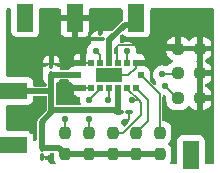
<source format=gbr>
%TF.GenerationSoftware,KiCad,Pcbnew,8.0.8-8.0.8-0~ubuntu24.04.1*%
%TF.CreationDate,2025-02-14T12:49:08-06:00*%
%TF.ProjectId,tof_module,746f665f-6d6f-4647-956c-652e6b696361,rev?*%
%TF.SameCoordinates,Original*%
%TF.FileFunction,Copper,L1,Top*%
%TF.FilePolarity,Positive*%
%FSLAX46Y46*%
G04 Gerber Fmt 4.6, Leading zero omitted, Abs format (unit mm)*
G04 Created by KiCad (PCBNEW 8.0.8-8.0.8-0~ubuntu24.04.1) date 2025-02-14 12:49:08*
%MOMM*%
%LPD*%
G01*
G04 APERTURE LIST*
G04 Aperture macros list*
%AMRoundRect*
0 Rectangle with rounded corners*
0 $1 Rounding radius*
0 $2 $3 $4 $5 $6 $7 $8 $9 X,Y pos of 4 corners*
0 Add a 4 corners polygon primitive as box body*
4,1,4,$2,$3,$4,$5,$6,$7,$8,$9,$2,$3,0*
0 Add four circle primitives for the rounded corners*
1,1,$1+$1,$2,$3*
1,1,$1+$1,$4,$5*
1,1,$1+$1,$6,$7*
1,1,$1+$1,$8,$9*
0 Add four rect primitives between the rounded corners*
20,1,$1+$1,$2,$3,$4,$5,0*
20,1,$1+$1,$4,$5,$6,$7,0*
20,1,$1+$1,$6,$7,$8,$9,0*
20,1,$1+$1,$8,$9,$2,$3,0*%
%AMFreePoly0*
4,1,5,0.675000,-1.175000,-0.675000,-1.175000,-0.675000,1.175000,0.675000,1.175000,0.675000,-1.175000,0.675000,-1.175000,$1*%
G04 Aperture macros list end*
%TA.AperFunction,SMDPad,CuDef*%
%ADD10RoundRect,0.237500X0.237500X-0.250000X0.237500X0.250000X-0.237500X0.250000X-0.237500X-0.250000X0*%
%TD*%
%TA.AperFunction,SMDPad,CuDef*%
%ADD11RoundRect,0.237500X-0.250000X-0.237500X0.250000X-0.237500X0.250000X0.237500X-0.250000X0.237500X0*%
%TD*%
%TA.AperFunction,ComponentPad*%
%ADD12FreePoly0,0.000000*%
%TD*%
%TA.AperFunction,SMDPad,CuDef*%
%ADD13RoundRect,0.237500X0.250000X0.237500X-0.250000X0.237500X-0.250000X-0.237500X0.250000X-0.237500X0*%
%TD*%
%TA.AperFunction,ComponentPad*%
%ADD14FreePoly0,270.000000*%
%TD*%
%TA.AperFunction,SMDPad,CuDef*%
%ADD15R,0.100000X0.200000*%
%TD*%
%TA.AperFunction,SMDPad,CuDef*%
%ADD16R,0.500000X0.515000*%
%TD*%
%TA.AperFunction,SMDPad,CuDef*%
%ADD17R,0.535000X0.500000*%
%TD*%
%TA.AperFunction,SMDPad,CuDef*%
%ADD18R,2.316000X1.200000*%
%TD*%
%TA.AperFunction,ComponentPad*%
%ADD19FreePoly0,180.000000*%
%TD*%
%TA.AperFunction,SMDPad,CuDef*%
%ADD20RoundRect,0.100000X0.217500X0.100000X-0.217500X0.100000X-0.217500X-0.100000X0.217500X-0.100000X0*%
%TD*%
%TA.AperFunction,SMDPad,CuDef*%
%ADD21RoundRect,0.100000X0.100000X-0.217500X0.100000X0.217500X-0.100000X0.217500X-0.100000X-0.217500X0*%
%TD*%
%TA.AperFunction,SMDPad,CuDef*%
%ADD22RoundRect,0.100000X-0.100000X0.217500X-0.100000X-0.217500X0.100000X-0.217500X0.100000X0.217500X0*%
%TD*%
%TA.AperFunction,ViaPad*%
%ADD23C,0.533400*%
%TD*%
%TA.AperFunction,Conductor*%
%ADD24C,0.152400*%
%TD*%
%TA.AperFunction,Conductor*%
%ADD25C,0.508000*%
%TD*%
G04 APERTURE END LIST*
D10*
%TO.P,R3,1*%
%TO.N,/tof_circuit/CORE_1V8*%
X117000000Y-89162500D03*
%TO.P,R3,2*%
%TO.N,/tof_circuit/LPn*%
X117000000Y-87337500D03*
%TD*%
D11*
%TO.P,R7,1*%
%TO.N,Net-(U1-NCS)*%
X122537500Y-82300000D03*
%TO.P,R7,2*%
%TO.N,GND*%
X124362500Y-82300000D03*
%TD*%
D12*
%TO.P,J3,1,Pin_1*%
%TO.N,/tof_circuit/SDA*%
X123618143Y-89215410D03*
%TD*%
D10*
%TO.P,R5,1*%
%TO.N,/tof_circuit/CORE_1V8*%
X121000000Y-89162500D03*
%TO.P,R5,2*%
%TO.N,Net-(U1-SYNC)*%
X121000000Y-87337500D03*
%TD*%
D11*
%TO.P,R8,1*%
%TO.N,Net-(U1-MISO)*%
X122537500Y-84400000D03*
%TO.P,R8,2*%
%TO.N,GND*%
X124362500Y-84400000D03*
%TD*%
D13*
%TO.P,R6,1*%
%TO.N,GND*%
X124362500Y-80200000D03*
%TO.P,R6,2*%
X122537500Y-80200000D03*
%TD*%
D10*
%TO.P,R4,1*%
%TO.N,/tof_circuit/CORE_1V8*%
X119000000Y-89162500D03*
%TO.P,R4,2*%
%TO.N,Net-(U1-INT_1)*%
X119000000Y-87337500D03*
%TD*%
D14*
%TO.P,J1,1,Pin_1*%
%TO.N,/tof_circuit/CORE_1V8*%
X108589059Y-83792928D03*
%TD*%
D15*
%TO.P,U1,1,INT_1*%
%TO.N,Net-(U1-INT_1)*%
X119250000Y-83358000D03*
D16*
%TO.P,U1,A1,INT_2*%
X118950000Y-83516000D03*
%TO.P,U1,A2,XSHUT*%
%TO.N,/tof_circuit/LPn*%
X118200000Y-83516000D03*
%TO.P,U1,A3,IOVDD*%
%TO.N,/tof_circuit/CORE_1V8*%
X117450000Y-83516000D03*
%TO.P,U1,A4,MOSI*%
%TO.N,/tof_circuit/SDA*%
X116700000Y-83516000D03*
%TO.P,U1,A5,MCLK*%
%TO.N,/tof_circuit/SCL*%
X115950000Y-83516000D03*
%TO.P,U1,A6,SWD_IO*%
%TO.N,GND*%
X115200000Y-83516000D03*
%TO.P,U1,A7,SWD_CLK*%
X114450000Y-83516000D03*
D17*
%TO.P,U1,B1,SYNC*%
%TO.N,Net-(U1-SYNC)*%
X119368000Y-82458000D03*
D18*
%TO.P,U1,B4,GND_1*%
%TO.N,GND*%
X116700000Y-82458000D03*
D17*
%TO.P,U1,B7,CORE_1V8*%
%TO.N,/tof_circuit/CORE_1V8*%
X114032000Y-82458000D03*
D16*
%TO.P,U1,C1,SPI_I2C_N*%
%TO.N,GND*%
X118950000Y-81400000D03*
%TO.P,U1,C2,NCS*%
%TO.N,Net-(U1-NCS)*%
X118200000Y-81400000D03*
%TO.P,U1,C3,GND_2*%
%TO.N,GND*%
X117450000Y-81400000D03*
%TO.P,U1,C4,VDD*%
%TO.N,/tof_circuit/AVDD*%
X116700000Y-81400000D03*
%TO.P,U1,C5,MISO*%
%TO.N,Net-(U1-MISO)*%
X115950000Y-81400000D03*
%TO.P,U1,C6,ATEST1*%
%TO.N,GND*%
X115200000Y-81400000D03*
%TO.P,U1,C7,GND_3*%
X114450000Y-81400000D03*
%TD*%
D14*
%TO.P,J4,1,Pin_1*%
%TO.N,/tof_circuit/SCL*%
X108575621Y-88368187D03*
%TD*%
D19*
%TO.P,J6,1,Pin_1*%
%TO.N,GND*%
X113788438Y-77580000D03*
%TD*%
D20*
%TO.P,C3,1*%
%TO.N,/tof_circuit/AVDD*%
X116807500Y-79400000D03*
%TO.P,C3,2*%
%TO.N,GND*%
X115992500Y-79400000D03*
%TD*%
D19*
%TO.P,J5,1,Pin_1*%
%TO.N,/tof_circuit/LPn*%
X109596320Y-77580000D03*
%TD*%
D21*
%TO.P,C1,1*%
%TO.N,/tof_circuit/CORE_1V8*%
X111800000Y-82407500D03*
%TO.P,C1,2*%
%TO.N,GND*%
X111800000Y-81592500D03*
%TD*%
D20*
%TO.P,C2,1*%
%TO.N,GND*%
X118407500Y-85600000D03*
%TO.P,C2,2*%
%TO.N,/tof_circuit/CORE_1V8*%
X117592500Y-85600000D03*
%TD*%
D19*
%TO.P,J2,1,Pin_1*%
%TO.N,/tof_circuit/AVDD*%
X119009128Y-77580000D03*
%TD*%
D10*
%TO.P,R1,1*%
%TO.N,/tof_circuit/CORE_1V8*%
X113000000Y-89162500D03*
%TO.P,R1,2*%
%TO.N,/tof_circuit/SCL*%
X113000000Y-87337500D03*
%TD*%
%TO.P,R2,1*%
%TO.N,/tof_circuit/CORE_1V8*%
X115000000Y-89162500D03*
%TO.P,R2,2*%
%TO.N,/tof_circuit/SDA*%
X115000000Y-87337500D03*
%TD*%
D22*
%TO.P,C4,1*%
%TO.N,/tof_circuit/CORE_1V8*%
X111000000Y-88612500D03*
%TO.P,C4,2*%
%TO.N,GND*%
X111000000Y-89427500D03*
%TD*%
D23*
%TO.N,GND*%
X111800000Y-89600000D03*
X114200000Y-80400000D03*
X123400000Y-86600000D03*
X120400000Y-81200000D03*
X118000000Y-86400000D03*
X123600000Y-78000000D03*
X110200000Y-87200000D03*
X109400000Y-81000000D03*
X113000000Y-84400000D03*
X109000000Y-85800000D03*
X113000000Y-81400000D03*
X116400000Y-78000000D03*
%TO.N,/tof_circuit/SDA*%
X116600000Y-84600000D03*
X115000000Y-86200000D03*
%TO.N,/tof_circuit/SCL*%
X115000000Y-84600000D03*
X113000000Y-86200000D03*
%TO.N,/tof_circuit/LPn*%
X118600000Y-84600000D03*
%TO.N,Net-(U1-NCS)*%
X118200000Y-80400000D03*
X121200000Y-82400000D03*
%TO.N,Net-(U1-MISO)*%
X115600000Y-80400000D03*
X121400000Y-83400000D03*
%TD*%
D24*
%TO.N,GND*%
X118950000Y-81400000D02*
X120200000Y-81400000D01*
X114450000Y-83516000D02*
X113884000Y-83516000D01*
X118000000Y-86400000D02*
X118200000Y-86400000D01*
X113884000Y-83516000D02*
X113000000Y-84400000D01*
X117400000Y-80000000D02*
X117400000Y-81350000D01*
X118301900Y-82458000D02*
X118950000Y-81809900D01*
X117400000Y-81350000D02*
X117450000Y-81400000D01*
X111627500Y-89427500D02*
X111800000Y-89600000D01*
X115200000Y-83516000D02*
X114450000Y-83516000D01*
X118407500Y-86192500D02*
X118407500Y-85600000D01*
X116700000Y-82458000D02*
X118301900Y-82458000D01*
X115200000Y-81400000D02*
X114450000Y-81400000D01*
X120200000Y-81400000D02*
X120400000Y-81200000D01*
X118200000Y-86400000D02*
X118407500Y-86192500D01*
X122242200Y-79904700D02*
X117495300Y-79904700D01*
X111000000Y-89427500D02*
X111627500Y-89427500D01*
X118950000Y-81809900D02*
X118950000Y-81400000D01*
X117495300Y-79904700D02*
X117400000Y-80000000D01*
X122537500Y-80200000D02*
X122242200Y-79904700D01*
D25*
%TO.N,/tof_circuit/CORE_1V8*%
X113000000Y-89162500D02*
X121000000Y-89162500D01*
X117200000Y-85400000D02*
X117400000Y-85600000D01*
X111800000Y-82407500D02*
X113981500Y-82407500D01*
X117450000Y-85550000D02*
X117400000Y-85600000D01*
X112450000Y-88612500D02*
X113000000Y-89162500D01*
X112000000Y-85400000D02*
X117200000Y-85400000D01*
X111000000Y-86400000D02*
X111000000Y-88612500D01*
X109096131Y-83800000D02*
X111800000Y-83800000D01*
X109089059Y-83792928D02*
X109096131Y-83800000D01*
X111800000Y-85600000D02*
X111000000Y-86400000D01*
X111800000Y-85600000D02*
X112000000Y-85400000D01*
X117400000Y-85600000D02*
X117592500Y-85600000D01*
X111800000Y-83800000D02*
X111800000Y-85600000D01*
X111000000Y-88612500D02*
X112450000Y-88612500D01*
X111800000Y-83800000D02*
X111800000Y-82407500D01*
X117450000Y-83516000D02*
X117450000Y-85550000D01*
X113981500Y-82407500D02*
X114032000Y-82458000D01*
%TO.N,/tof_circuit/AVDD*%
X116700000Y-81400000D02*
X116700000Y-79507500D01*
X118007500Y-78200000D02*
X116807500Y-79400000D01*
X116700000Y-79507500D02*
X116807500Y-79400000D01*
X119009128Y-78200000D02*
X118007500Y-78200000D01*
D24*
%TO.N,/tof_circuit/SDA*%
X115000000Y-86200000D02*
X115000000Y-87337500D01*
X116700000Y-84500000D02*
X116600000Y-84600000D01*
X116700000Y-83516000D02*
X116700000Y-84500000D01*
%TO.N,/tof_circuit/SCL*%
X113000000Y-86200000D02*
X113000000Y-87337500D01*
X115000000Y-84600000D02*
X115950000Y-83650000D01*
X115950000Y-83650000D02*
X115950000Y-83516000D01*
%TO.N,/tof_circuit/LPn*%
X119200000Y-84600000D02*
X119400000Y-84800000D01*
X119200000Y-84600000D02*
X118600000Y-84600000D01*
X117862500Y-87337500D02*
X117000000Y-87337500D01*
X119400000Y-85800000D02*
X117862500Y-87337500D01*
X118200000Y-83600000D02*
X119200000Y-84600000D01*
X118200000Y-83516000D02*
X118200000Y-83600000D01*
X119400000Y-84800000D02*
X119400000Y-85800000D01*
%TO.N,Net-(U1-INT_1)*%
X119000000Y-87337500D02*
X120000000Y-86337500D01*
X120000000Y-86337500D02*
X120000000Y-84566000D01*
X119000000Y-87337500D02*
X119000000Y-87000000D01*
X120000000Y-84566000D02*
X118950000Y-83516000D01*
%TO.N,Net-(U1-SYNC)*%
X119368000Y-82458000D02*
X121000000Y-84090000D01*
X121000000Y-84090000D02*
X121000000Y-86937500D01*
%TO.N,Net-(U1-NCS)*%
X118200000Y-81400000D02*
X118200000Y-80400000D01*
X122437500Y-82400000D02*
X122537500Y-82300000D01*
X121200000Y-82400000D02*
X122437500Y-82400000D01*
%TO.N,Net-(U1-MISO)*%
X115600000Y-80400000D02*
X115950000Y-80750000D01*
X115950000Y-80750000D02*
X115950000Y-81400000D01*
X122400000Y-84400000D02*
X122537500Y-84400000D01*
X121400000Y-83400000D02*
X122400000Y-84400000D01*
%TD*%
%TA.AperFunction,Conductor*%
%TO.N,GND*%
G36*
X111967539Y-89013685D02*
G01*
X112013294Y-89066489D01*
X112024500Y-89118000D01*
X112024500Y-89461669D01*
X112024501Y-89461687D01*
X112034825Y-89562752D01*
X112049040Y-89605648D01*
X112089092Y-89726516D01*
X112141143Y-89810904D01*
X112159583Y-89878295D01*
X112138661Y-89944959D01*
X112085019Y-89989729D01*
X112035604Y-90000000D01*
X111787968Y-90000000D01*
X111720929Y-89980315D01*
X111675174Y-89927511D01*
X111665230Y-89858353D01*
X111673407Y-89828548D01*
X111684554Y-89801634D01*
X111684555Y-89801630D01*
X111699999Y-89684330D01*
X111700000Y-89684316D01*
X111700000Y-89627500D01*
X111367237Y-89627500D01*
X111300198Y-89607815D01*
X111254443Y-89555011D01*
X111244499Y-89485853D01*
X111273524Y-89422297D01*
X111319785Y-89388939D01*
X111355322Y-89374219D01*
X111402841Y-89354536D01*
X111528282Y-89258282D01*
X111528283Y-89258279D01*
X111534729Y-89253334D01*
X111536860Y-89256111D01*
X111584068Y-89230334D01*
X111610426Y-89227500D01*
X111699999Y-89227500D01*
X111699999Y-89170676D01*
X111695195Y-89134184D01*
X111705961Y-89065149D01*
X111752341Y-89012894D01*
X111818134Y-88994000D01*
X111900500Y-88994000D01*
X111967539Y-89013685D01*
G37*
%TD.AperFunction*%
%TA.AperFunction,Conductor*%
G36*
X125543039Y-76819685D02*
G01*
X125588794Y-76872489D01*
X125600000Y-76924000D01*
X125600000Y-89876000D01*
X125580315Y-89943039D01*
X125527511Y-89988794D01*
X125476000Y-90000000D01*
X124922643Y-90000000D01*
X124855604Y-89980315D01*
X124809849Y-89927511D01*
X124798643Y-89876000D01*
X124798643Y-88040410D01*
X124798643Y-88040409D01*
X124793498Y-87968470D01*
X124752962Y-87830418D01*
X124693409Y-87737752D01*
X124675175Y-87709379D01*
X124675171Y-87709375D01*
X124566442Y-87615160D01*
X124566440Y-87615158D01*
X124566437Y-87615156D01*
X124566433Y-87615154D01*
X124435562Y-87555386D01*
X124435557Y-87555385D01*
X124293143Y-87534910D01*
X122943143Y-87534910D01*
X122943140Y-87534910D01*
X122871202Y-87540054D01*
X122733148Y-87580592D01*
X122612112Y-87658377D01*
X122612108Y-87658381D01*
X122517893Y-87767110D01*
X122517887Y-87767119D01*
X122458119Y-87897990D01*
X122458118Y-87897995D01*
X122437643Y-88040409D01*
X122437643Y-89876000D01*
X122417958Y-89943039D01*
X122365154Y-89988794D01*
X122313643Y-90000000D01*
X121964396Y-90000000D01*
X121897357Y-89980315D01*
X121851602Y-89927511D01*
X121841658Y-89858353D01*
X121858856Y-89810905D01*
X121910908Y-89726516D01*
X121965174Y-89562753D01*
X121975500Y-89461677D01*
X121975499Y-88863324D01*
X121965174Y-88762247D01*
X121910908Y-88598484D01*
X121820340Y-88451650D01*
X121706371Y-88337681D01*
X121672886Y-88276358D01*
X121677870Y-88206666D01*
X121706371Y-88162319D01*
X121759394Y-88109296D01*
X121820340Y-88048350D01*
X121910908Y-87901516D01*
X121965174Y-87737753D01*
X121975500Y-87636677D01*
X121975499Y-87038324D01*
X121965174Y-86937247D01*
X121910908Y-86773484D01*
X121820340Y-86626650D01*
X121698350Y-86504660D01*
X121596185Y-86441644D01*
X121551518Y-86414093D01*
X121551513Y-86414091D01*
X121541868Y-86410895D01*
X121387753Y-86359826D01*
X121387750Y-86359825D01*
X121315097Y-86352403D01*
X121250405Y-86326007D01*
X121210254Y-86268826D01*
X121203700Y-86229045D01*
X121203700Y-84288693D01*
X121223385Y-84221654D01*
X121276189Y-84175899D01*
X121341583Y-84165473D01*
X121354154Y-84166889D01*
X121399997Y-84172055D01*
X121399998Y-84172054D01*
X121400000Y-84172055D01*
X121411614Y-84170746D01*
X121480435Y-84182799D01*
X121531816Y-84230147D01*
X121549500Y-84293966D01*
X121549500Y-84686669D01*
X121549501Y-84686687D01*
X121559825Y-84787752D01*
X121580438Y-84849956D01*
X121614092Y-84951516D01*
X121704660Y-85098350D01*
X121826650Y-85220340D01*
X121973484Y-85310908D01*
X122137247Y-85365174D01*
X122238323Y-85375500D01*
X122836676Y-85375499D01*
X122836684Y-85375498D01*
X122836687Y-85375498D01*
X122892030Y-85369844D01*
X122937753Y-85365174D01*
X123101516Y-85310908D01*
X123248350Y-85220340D01*
X123362675Y-85106014D01*
X123423994Y-85072532D01*
X123493686Y-85077516D01*
X123538034Y-85106017D01*
X123651961Y-85219944D01*
X123651965Y-85219947D01*
X123798688Y-85310448D01*
X123798699Y-85310453D01*
X123962347Y-85364680D01*
X124063351Y-85374999D01*
X124612500Y-85374999D01*
X124661640Y-85374999D01*
X124661654Y-85374998D01*
X124762652Y-85364680D01*
X124926300Y-85310453D01*
X124926311Y-85310448D01*
X125073034Y-85219947D01*
X125073038Y-85219944D01*
X125194944Y-85098038D01*
X125194947Y-85098034D01*
X125285448Y-84951311D01*
X125285453Y-84951300D01*
X125339680Y-84787652D01*
X125349999Y-84686654D01*
X125350000Y-84686641D01*
X125350000Y-84650000D01*
X124612500Y-84650000D01*
X124612500Y-85374999D01*
X124063351Y-85374999D01*
X124112499Y-85374998D01*
X124112500Y-85374998D01*
X124112500Y-83414456D01*
X124091696Y-83376357D01*
X124096680Y-83306665D01*
X124110256Y-83285541D01*
X124612500Y-83285541D01*
X124633304Y-83323641D01*
X124628320Y-83393333D01*
X124612500Y-83417949D01*
X124612500Y-84150000D01*
X125349999Y-84150000D01*
X125349999Y-84113360D01*
X125349998Y-84113345D01*
X125339680Y-84012347D01*
X125285453Y-83848699D01*
X125285448Y-83848688D01*
X125194947Y-83701965D01*
X125194944Y-83701961D01*
X125073038Y-83580055D01*
X125073034Y-83580052D01*
X124926311Y-83489551D01*
X124926300Y-83489546D01*
X124860389Y-83467706D01*
X124802944Y-83427934D01*
X124776121Y-83363418D01*
X124788436Y-83294642D01*
X124835979Y-83243442D01*
X124860389Y-83232294D01*
X124926300Y-83210453D01*
X124926311Y-83210448D01*
X125073034Y-83119947D01*
X125073038Y-83119944D01*
X125194944Y-82998038D01*
X125194947Y-82998034D01*
X125285448Y-82851311D01*
X125285453Y-82851300D01*
X125339680Y-82687652D01*
X125349999Y-82586654D01*
X125350000Y-82586641D01*
X125350000Y-82550000D01*
X124612500Y-82550000D01*
X124612500Y-83285541D01*
X124110256Y-83285541D01*
X124112500Y-83282049D01*
X124112500Y-81314456D01*
X124091696Y-81276357D01*
X124096680Y-81206665D01*
X124110256Y-81185541D01*
X124612500Y-81185541D01*
X124633304Y-81223641D01*
X124628320Y-81293333D01*
X124612500Y-81317949D01*
X124612500Y-82050000D01*
X125349999Y-82050000D01*
X125349999Y-82013360D01*
X125349998Y-82013345D01*
X125339680Y-81912347D01*
X125285453Y-81748699D01*
X125285448Y-81748688D01*
X125194947Y-81601965D01*
X125194944Y-81601961D01*
X125073038Y-81480055D01*
X125073034Y-81480052D01*
X124926311Y-81389551D01*
X124926300Y-81389546D01*
X124860389Y-81367706D01*
X124802944Y-81327934D01*
X124776121Y-81263418D01*
X124788436Y-81194642D01*
X124835979Y-81143442D01*
X124860389Y-81132294D01*
X124926300Y-81110453D01*
X124926311Y-81110448D01*
X125073034Y-81019947D01*
X125073038Y-81019944D01*
X125194944Y-80898038D01*
X125194947Y-80898034D01*
X125285448Y-80751311D01*
X125285453Y-80751300D01*
X125339680Y-80587652D01*
X125349999Y-80486654D01*
X125350000Y-80486641D01*
X125350000Y-80450000D01*
X124612500Y-80450000D01*
X124612500Y-81185541D01*
X124110256Y-81185541D01*
X124112500Y-81182049D01*
X124112500Y-80450000D01*
X121550001Y-80450000D01*
X121550001Y-80486654D01*
X121560319Y-80587652D01*
X121614546Y-80751300D01*
X121614551Y-80751311D01*
X121705052Y-80898034D01*
X121705055Y-80898038D01*
X121826961Y-81019944D01*
X121826965Y-81019947D01*
X121973688Y-81110448D01*
X121973701Y-81110454D01*
X122038815Y-81132030D01*
X122096260Y-81171802D01*
X122123084Y-81236317D01*
X122110770Y-81305093D01*
X122063227Y-81356294D01*
X122038818Y-81367441D01*
X121973490Y-81389089D01*
X121973481Y-81389093D01*
X121826648Y-81479661D01*
X121704659Y-81601650D01*
X121674768Y-81650111D01*
X121622819Y-81696835D01*
X121553856Y-81708056D01*
X121528276Y-81702055D01*
X121379826Y-81650111D01*
X121371798Y-81647302D01*
X121371797Y-81647301D01*
X121371795Y-81647301D01*
X121200004Y-81627945D01*
X121199996Y-81627945D01*
X121028204Y-81647301D01*
X120865016Y-81704402D01*
X120718632Y-81796382D01*
X120596382Y-81918632D01*
X120504402Y-82065016D01*
X120447301Y-82228204D01*
X120427945Y-82399996D01*
X120427945Y-82400003D01*
X120447301Y-82571795D01*
X120504402Y-82734983D01*
X120596382Y-82881367D01*
X120668912Y-82953897D01*
X120702397Y-83015220D01*
X120698273Y-83082532D01*
X120655188Y-83205663D01*
X120614466Y-83262439D01*
X120549514Y-83288187D01*
X120480952Y-83274731D01*
X120450465Y-83252390D01*
X120154419Y-82956344D01*
X120120934Y-82895021D01*
X120125917Y-82825331D01*
X120129591Y-82815483D01*
X120136000Y-82755873D01*
X120135999Y-82160128D01*
X120129591Y-82100517D01*
X120110749Y-82050000D01*
X120079297Y-81965671D01*
X120079293Y-81965664D01*
X119993047Y-81850455D01*
X119993044Y-81850452D01*
X119877835Y-81764206D01*
X119877830Y-81764203D01*
X119780666Y-81727963D01*
X119724733Y-81686091D01*
X119717976Y-81667976D01*
X119700000Y-81650000D01*
X119074500Y-81650000D01*
X119007461Y-81630315D01*
X118961706Y-81577511D01*
X118950500Y-81526000D01*
X118950499Y-81274000D01*
X118970183Y-81206961D01*
X119022987Y-81161206D01*
X119074499Y-81150000D01*
X119700000Y-81150000D01*
X119700000Y-81094672D01*
X119699999Y-81094655D01*
X119693598Y-81035127D01*
X119693596Y-81035120D01*
X119643354Y-80900413D01*
X119643350Y-80900406D01*
X119557190Y-80785312D01*
X119557187Y-80785309D01*
X119442093Y-80699149D01*
X119442086Y-80699145D01*
X119307379Y-80648903D01*
X119307372Y-80648901D01*
X119247844Y-80642500D01*
X119083488Y-80642500D01*
X119016449Y-80622815D01*
X118970694Y-80570011D01*
X118960268Y-80504617D01*
X118972055Y-80400003D01*
X118972055Y-80399996D01*
X118952698Y-80228204D01*
X118952698Y-80228202D01*
X118895598Y-80065018D01*
X118803617Y-79918632D01*
X118798330Y-79913345D01*
X121550000Y-79913345D01*
X121550000Y-79950000D01*
X122287500Y-79950000D01*
X122287500Y-79225000D01*
X122787500Y-79225000D01*
X122787500Y-79950000D01*
X124112500Y-79950000D01*
X124612500Y-79950000D01*
X125349999Y-79950000D01*
X125349999Y-79913360D01*
X125349998Y-79913345D01*
X125339680Y-79812347D01*
X125285453Y-79648699D01*
X125285448Y-79648688D01*
X125194947Y-79501965D01*
X125194944Y-79501961D01*
X125073038Y-79380055D01*
X125073034Y-79380052D01*
X124926311Y-79289551D01*
X124926300Y-79289546D01*
X124762652Y-79235319D01*
X124661654Y-79225000D01*
X124612500Y-79225000D01*
X124612500Y-79950000D01*
X124112500Y-79950000D01*
X124112500Y-79225000D01*
X124112499Y-79224999D01*
X124063361Y-79225000D01*
X124063343Y-79225001D01*
X123962347Y-79235319D01*
X123798699Y-79289546D01*
X123798688Y-79289551D01*
X123651965Y-79380052D01*
X123651961Y-79380055D01*
X123537681Y-79494336D01*
X123476358Y-79527821D01*
X123406666Y-79522837D01*
X123362319Y-79494336D01*
X123248038Y-79380055D01*
X123248034Y-79380052D01*
X123101311Y-79289551D01*
X123101300Y-79289546D01*
X122937652Y-79235319D01*
X122836654Y-79225000D01*
X122787500Y-79225000D01*
X122287500Y-79225000D01*
X122287499Y-79224999D01*
X122238361Y-79225000D01*
X122238343Y-79225001D01*
X122137347Y-79235319D01*
X121973699Y-79289546D01*
X121973688Y-79289551D01*
X121826965Y-79380052D01*
X121826961Y-79380055D01*
X121705055Y-79501961D01*
X121705052Y-79501965D01*
X121614551Y-79648688D01*
X121614546Y-79648699D01*
X121560319Y-79812347D01*
X121550000Y-79913345D01*
X118798330Y-79913345D01*
X118681368Y-79796383D01*
X118681367Y-79796382D01*
X118534983Y-79704402D01*
X118371795Y-79647301D01*
X118200004Y-79627945D01*
X118199996Y-79627945D01*
X118028204Y-79647301D01*
X117865016Y-79704402D01*
X117865012Y-79704404D01*
X117803550Y-79743023D01*
X117736313Y-79762023D01*
X117669478Y-79741655D01*
X117624265Y-79688386D01*
X117614640Y-79621846D01*
X117625500Y-79539361D01*
X117625499Y-79260640D01*
X117625480Y-79260499D01*
X117622166Y-79235319D01*
X117617296Y-79198329D01*
X117628062Y-79129297D01*
X117652551Y-79094469D01*
X117729402Y-79017618D01*
X117790723Y-78984135D01*
X117860415Y-78989119D01*
X117916348Y-79030991D01*
X117921396Y-79038261D01*
X117952095Y-79086030D01*
X117952099Y-79086034D01*
X118033632Y-79156683D01*
X118060834Y-79180254D01*
X118062895Y-79181195D01*
X118191708Y-79240023D01*
X118191711Y-79240023D01*
X118191712Y-79240024D01*
X118334128Y-79260500D01*
X118334131Y-79260500D01*
X119684128Y-79260500D01*
X119756068Y-79255355D01*
X119894120Y-79214819D01*
X120015160Y-79137031D01*
X120109382Y-79028294D01*
X120169152Y-78897416D01*
X120189628Y-78755000D01*
X120189628Y-76924000D01*
X120209313Y-76856961D01*
X120262117Y-76811206D01*
X120313628Y-76800000D01*
X125476000Y-76800000D01*
X125543039Y-76819685D01*
G37*
%TD.AperFunction*%
%TA.AperFunction,Conductor*%
G36*
X111361539Y-84201185D02*
G01*
X111407294Y-84253989D01*
X111418500Y-84305500D01*
X111418500Y-85390615D01*
X111398815Y-85457654D01*
X111382181Y-85478296D01*
X110694725Y-86165751D01*
X110694723Y-86165754D01*
X110644499Y-86252745D01*
X110644114Y-86254183D01*
X110618500Y-86349775D01*
X110618500Y-86349777D01*
X110618500Y-87792938D01*
X110598815Y-87859977D01*
X110569987Y-87891313D01*
X110556691Y-87901516D01*
X110471713Y-87966722D01*
X110467802Y-87970634D01*
X110406479Y-88004119D01*
X110336787Y-87999135D01*
X110280854Y-87957263D01*
X110256437Y-87891799D01*
X110256121Y-87882953D01*
X110256121Y-87693187D01*
X110250976Y-87621247D01*
X110210440Y-87483195D01*
X110132652Y-87362155D01*
X110023915Y-87267933D01*
X110023911Y-87267931D01*
X109893040Y-87208163D01*
X109893035Y-87208162D01*
X109750621Y-87187687D01*
X108124000Y-87187687D01*
X108056961Y-87168002D01*
X108011206Y-87115198D01*
X108000000Y-87063687D01*
X108000000Y-85097428D01*
X108019685Y-85030389D01*
X108072489Y-84984634D01*
X108124000Y-84973428D01*
X109764059Y-84973428D01*
X109835999Y-84968283D01*
X109974051Y-84927747D01*
X110095091Y-84849959D01*
X110189313Y-84741222D01*
X110239398Y-84631551D01*
X110249082Y-84610347D01*
X110249083Y-84610342D01*
X110269559Y-84467928D01*
X110269559Y-84305500D01*
X110289244Y-84238461D01*
X110342048Y-84192706D01*
X110393559Y-84181500D01*
X111294500Y-84181500D01*
X111361539Y-84201185D01*
G37*
%TD.AperFunction*%
%TA.AperFunction,Conductor*%
G36*
X118032763Y-86284476D02*
G01*
X118033072Y-86284476D01*
X118033370Y-86284555D01*
X118150675Y-86299999D01*
X118206946Y-86299999D01*
X118273986Y-86319682D01*
X118319742Y-86372486D01*
X118329686Y-86441644D01*
X118300662Y-86505200D01*
X118294630Y-86511680D01*
X118179657Y-86626653D01*
X118105538Y-86746819D01*
X118053590Y-86793544D01*
X117984628Y-86804765D01*
X117920546Y-86776922D01*
X117894462Y-86746819D01*
X117820342Y-86626653D01*
X117820339Y-86626649D01*
X117705870Y-86512180D01*
X117672385Y-86450857D01*
X117677369Y-86381165D01*
X117719241Y-86325232D01*
X117784705Y-86300815D01*
X117793547Y-86300499D01*
X117849360Y-86300499D01*
X117849362Y-86300499D01*
X117882903Y-86296083D01*
X117966762Y-86285044D01*
X117966771Y-86285040D01*
X117968879Y-86284476D01*
X117971076Y-86284476D01*
X117974821Y-86283983D01*
X117974886Y-86284476D01*
X118025183Y-86284476D01*
X118025312Y-86283495D01*
X118032763Y-86284476D01*
G37*
%TD.AperFunction*%
%TA.AperFunction,Conductor*%
G36*
X113241475Y-82808685D02*
G01*
X113287230Y-82861489D01*
X113290618Y-82869667D01*
X113320702Y-82950328D01*
X113320706Y-82950335D01*
X113406952Y-83065544D01*
X113406955Y-83065547D01*
X113522164Y-83151793D01*
X113522171Y-83151797D01*
X113619333Y-83188036D01*
X113675267Y-83229907D01*
X113682024Y-83248024D01*
X113700000Y-83266000D01*
X114326000Y-83266000D01*
X114393039Y-83285685D01*
X114438794Y-83338489D01*
X114450000Y-83390000D01*
X114450000Y-83642000D01*
X114430315Y-83709039D01*
X114377511Y-83754794D01*
X114326000Y-83766000D01*
X113700000Y-83766000D01*
X113700000Y-83821344D01*
X113706401Y-83880872D01*
X113706403Y-83880879D01*
X113756645Y-84015586D01*
X113756649Y-84015593D01*
X113842809Y-84130687D01*
X113842812Y-84130690D01*
X113957906Y-84216850D01*
X113957913Y-84216854D01*
X114092620Y-84267096D01*
X114140815Y-84272278D01*
X114205367Y-84299016D01*
X114245215Y-84356408D01*
X114248453Y-84423157D01*
X114247300Y-84428205D01*
X114227945Y-84599996D01*
X114227945Y-84600003D01*
X114247301Y-84771796D01*
X114247301Y-84771799D01*
X114275906Y-84853545D01*
X114279468Y-84923324D01*
X114244740Y-84983951D01*
X114182746Y-85016179D01*
X114158865Y-85018500D01*
X112305500Y-85018500D01*
X112238461Y-84998815D01*
X112192706Y-84946011D01*
X112181500Y-84894500D01*
X112181500Y-83227061D01*
X112201185Y-83160022D01*
X112230012Y-83128686D01*
X112328282Y-83053282D01*
X112424536Y-82927841D01*
X112432783Y-82907933D01*
X112450339Y-82865548D01*
X112494180Y-82811144D01*
X112560474Y-82789079D01*
X112564900Y-82789000D01*
X113174436Y-82789000D01*
X113241475Y-82808685D01*
G37*
%TD.AperFunction*%
%TA.AperFunction,Conductor*%
G36*
X108358859Y-76819685D02*
G01*
X108404614Y-76872489D01*
X108415820Y-76924000D01*
X108415820Y-78755002D01*
X108420964Y-78826940D01*
X108461502Y-78964994D01*
X108539287Y-79086030D01*
X108539291Y-79086034D01*
X108620824Y-79156683D01*
X108648026Y-79180254D01*
X108650087Y-79181195D01*
X108778900Y-79240023D01*
X108778903Y-79240023D01*
X108778904Y-79240024D01*
X108921320Y-79260500D01*
X108921323Y-79260500D01*
X110271320Y-79260500D01*
X110343260Y-79255355D01*
X110481312Y-79214819D01*
X110602352Y-79137031D01*
X110696574Y-79028294D01*
X110756344Y-78897416D01*
X110776820Y-78755000D01*
X110776820Y-77830000D01*
X112608438Y-77830000D01*
X112608438Y-78755002D01*
X112613578Y-78826870D01*
X112654072Y-78964781D01*
X112731783Y-79085703D01*
X112840414Y-79179832D01*
X112840415Y-79179833D01*
X112971159Y-79239543D01*
X112971163Y-79239544D01*
X113113439Y-79259999D01*
X113113441Y-79260000D01*
X113538438Y-79260000D01*
X113538438Y-78395686D01*
X113542832Y-78400080D01*
X113634044Y-78452741D01*
X113735777Y-78480000D01*
X113841099Y-78480000D01*
X113942832Y-78452741D01*
X114034044Y-78400080D01*
X114038438Y-78395686D01*
X114038438Y-79260000D01*
X114463438Y-79260000D01*
X114463440Y-79259999D01*
X114535308Y-79254859D01*
X114673219Y-79214365D01*
X114794141Y-79136654D01*
X114888270Y-79028023D01*
X114888271Y-79028022D01*
X114947981Y-78897278D01*
X114947982Y-78897274D01*
X114968437Y-78754998D01*
X114968438Y-78754997D01*
X114968438Y-77830000D01*
X114104124Y-77830000D01*
X114034044Y-77759920D01*
X113942832Y-77707259D01*
X113841099Y-77680000D01*
X113735777Y-77680000D01*
X113634044Y-77707259D01*
X113542832Y-77759920D01*
X113472752Y-77830000D01*
X112608438Y-77830000D01*
X110776820Y-77830000D01*
X110776820Y-76924000D01*
X110796505Y-76856961D01*
X110849309Y-76811206D01*
X110900820Y-76800000D01*
X112484438Y-76800000D01*
X112551477Y-76819685D01*
X112597232Y-76872489D01*
X112608438Y-76924000D01*
X112608438Y-77330000D01*
X114968438Y-77330000D01*
X114968438Y-76924000D01*
X114988123Y-76856961D01*
X115040927Y-76811206D01*
X115092438Y-76800000D01*
X117704628Y-76800000D01*
X117771667Y-76819685D01*
X117817422Y-76872489D01*
X117828628Y-76924000D01*
X117828628Y-77791161D01*
X117808943Y-77858200D01*
X117778088Y-77887672D01*
X117779702Y-77889776D01*
X117773250Y-77894726D01*
X117702222Y-77965755D01*
X117004795Y-78663181D01*
X116943472Y-78696666D01*
X116917114Y-78699500D01*
X116550637Y-78699500D01*
X116433236Y-78714955D01*
X116431111Y-78715525D01*
X116428910Y-78715525D01*
X116425181Y-78716016D01*
X116425116Y-78715525D01*
X116374816Y-78715525D01*
X116374688Y-78716505D01*
X116367251Y-78715525D01*
X116366937Y-78715526D01*
X116366632Y-78715444D01*
X116249330Y-78700000D01*
X116192500Y-78700000D01*
X116192500Y-78789573D01*
X116172815Y-78856612D01*
X116166164Y-78864885D01*
X116166666Y-78865271D01*
X116161720Y-78871716D01*
X116161718Y-78871718D01*
X116090147Y-78964992D01*
X116065463Y-78997160D01*
X116031061Y-79080215D01*
X115987220Y-79134618D01*
X115920926Y-79156683D01*
X115853226Y-79139404D01*
X115805616Y-79088266D01*
X115792500Y-79032762D01*
X115792500Y-78700000D01*
X115792499Y-78699999D01*
X115735676Y-78700000D01*
X115618371Y-78715442D01*
X115618366Y-78715444D01*
X115472414Y-78775899D01*
X115347075Y-78872075D01*
X115250899Y-78997413D01*
X115190444Y-79143368D01*
X115182987Y-79200000D01*
X115804703Y-79200000D01*
X115839139Y-79181195D01*
X115908831Y-79186178D01*
X115964765Y-79228048D01*
X115989184Y-79293512D01*
X115989500Y-79302360D01*
X115989501Y-79475999D01*
X115969817Y-79543039D01*
X115917013Y-79588794D01*
X115865501Y-79600000D01*
X115182990Y-79600000D01*
X115182988Y-79600001D01*
X115191504Y-79664690D01*
X115188110Y-79665136D01*
X115186735Y-79719267D01*
X115147479Y-79777066D01*
X115134660Y-79786311D01*
X115118635Y-79796380D01*
X115118629Y-79796385D01*
X114996382Y-79918632D01*
X114904402Y-80065016D01*
X114847301Y-80228204D01*
X114827945Y-80399996D01*
X114827945Y-80400003D01*
X114839732Y-80504617D01*
X114827678Y-80573438D01*
X114780328Y-80624818D01*
X114716512Y-80642500D01*
X114700000Y-80642500D01*
X114700000Y-81276000D01*
X114680315Y-81343039D01*
X114627511Y-81388794D01*
X114576000Y-81400000D01*
X114450000Y-81400000D01*
X114450000Y-81526000D01*
X114430315Y-81593039D01*
X114377511Y-81638794D01*
X114326000Y-81650000D01*
X113700000Y-81650000D01*
X113684112Y-81665887D01*
X113680315Y-81678820D01*
X113627511Y-81724575D01*
X113619334Y-81727963D01*
X113522169Y-81764203D01*
X113522164Y-81764206D01*
X113406955Y-81850452D01*
X113406952Y-81850455D01*
X113315388Y-81972769D01*
X113313265Y-81971180D01*
X113273617Y-82010831D01*
X113214188Y-82026000D01*
X112618135Y-82026000D01*
X112551096Y-82006315D01*
X112505341Y-81953511D01*
X112495196Y-81885815D01*
X112499998Y-81849333D01*
X112500000Y-81849316D01*
X112500000Y-81792500D01*
X112410426Y-81792500D01*
X112343387Y-81772815D01*
X112335121Y-81766154D01*
X112334729Y-81766666D01*
X112328283Y-81761720D01*
X112328282Y-81761718D01*
X112202841Y-81665464D01*
X112202840Y-81665463D01*
X112202838Y-81665462D01*
X112119785Y-81631061D01*
X112065381Y-81587220D01*
X112043316Y-81520926D01*
X112060595Y-81453227D01*
X112111732Y-81405616D01*
X112167237Y-81392500D01*
X112499999Y-81392500D01*
X112499999Y-81335675D01*
X112484557Y-81218371D01*
X112484555Y-81218366D01*
X112433312Y-81094655D01*
X113700000Y-81094655D01*
X113700000Y-81150000D01*
X114200000Y-81150000D01*
X114200000Y-80642500D01*
X114152155Y-80642500D01*
X114092627Y-80648901D01*
X114092620Y-80648903D01*
X113957913Y-80699145D01*
X113957906Y-80699149D01*
X113842812Y-80785309D01*
X113842809Y-80785312D01*
X113756649Y-80900406D01*
X113756645Y-80900413D01*
X113706403Y-81035120D01*
X113706401Y-81035127D01*
X113700000Y-81094655D01*
X112433312Y-81094655D01*
X112424100Y-81072414D01*
X112327924Y-80947075D01*
X112202586Y-80850899D01*
X112056631Y-80790444D01*
X112000000Y-80782987D01*
X112000000Y-81404705D01*
X112018804Y-81439142D01*
X112013820Y-81508834D01*
X111971948Y-81564767D01*
X111906484Y-81589184D01*
X111897638Y-81589500D01*
X111702361Y-81589500D01*
X111635322Y-81569815D01*
X111589567Y-81517011D01*
X111579623Y-81447853D01*
X111600000Y-81403233D01*
X111600000Y-80782987D01*
X111543368Y-80790444D01*
X111397413Y-80850899D01*
X111272075Y-80947075D01*
X111175899Y-81072413D01*
X111115445Y-81218365D01*
X111115444Y-81218369D01*
X111100000Y-81335669D01*
X111100000Y-81392500D01*
X111432763Y-81392500D01*
X111499802Y-81412185D01*
X111545557Y-81464989D01*
X111555501Y-81534147D01*
X111526476Y-81597703D01*
X111480215Y-81631061D01*
X111397161Y-81665462D01*
X111393885Y-81667976D01*
X111271718Y-81761718D01*
X111271716Y-81761720D01*
X111265271Y-81766666D01*
X111263139Y-81763888D01*
X111215932Y-81789666D01*
X111189574Y-81792500D01*
X111100001Y-81792500D01*
X111100001Y-81849324D01*
X111115442Y-81966628D01*
X111115524Y-81966931D01*
X111115524Y-81967244D01*
X111116504Y-81974689D01*
X111115524Y-81974817D01*
X111115526Y-82025116D01*
X111116017Y-82025181D01*
X111115526Y-82028903D01*
X111115527Y-82031106D01*
X111114956Y-82033235D01*
X111099500Y-82150638D01*
X111099500Y-82664363D01*
X111114953Y-82781753D01*
X111114956Y-82781762D01*
X111151367Y-82869667D01*
X111175464Y-82927841D01*
X111271718Y-83053282D01*
X111369986Y-83128686D01*
X111411189Y-83185113D01*
X111418500Y-83227061D01*
X111418500Y-83294500D01*
X111398815Y-83361539D01*
X111346011Y-83407294D01*
X111294500Y-83418500D01*
X110393559Y-83418500D01*
X110326520Y-83398815D01*
X110280765Y-83346011D01*
X110269559Y-83294500D01*
X110269559Y-83117928D01*
X110264414Y-83045988D01*
X110223878Y-82907936D01*
X110183196Y-82844634D01*
X110146091Y-82786897D01*
X110146087Y-82786893D01*
X110037358Y-82692678D01*
X110037356Y-82692676D01*
X110037353Y-82692674D01*
X110026578Y-82687753D01*
X109906478Y-82632904D01*
X109906473Y-82632903D01*
X109764059Y-82612428D01*
X108124000Y-82612428D01*
X108056961Y-82592743D01*
X108011206Y-82539939D01*
X108000000Y-82488428D01*
X108000000Y-76924000D01*
X108019685Y-76856961D01*
X108072489Y-76811206D01*
X108124000Y-76800000D01*
X108291820Y-76800000D01*
X108358859Y-76819685D01*
G37*
%TD.AperFunction*%
%TA.AperFunction,Conductor*%
G36*
X116893039Y-82177684D02*
G01*
X116938794Y-82230488D01*
X116950000Y-82281999D01*
X116950000Y-82334000D01*
X116930315Y-82401039D01*
X116877511Y-82446794D01*
X116826000Y-82458000D01*
X116574000Y-82458000D01*
X116506961Y-82438315D01*
X116461206Y-82385511D01*
X116450000Y-82334000D01*
X116450000Y-82281999D01*
X116469685Y-82214960D01*
X116522489Y-82169205D01*
X116573996Y-82157999D01*
X116826000Y-82157999D01*
X116893039Y-82177684D01*
G37*
%TD.AperFunction*%
%TA.AperFunction,Conductor*%
G36*
X117426827Y-80061995D02*
G01*
X117462479Y-80122084D01*
X117459986Y-80191909D01*
X117459373Y-80193704D01*
X117447301Y-80228204D01*
X117427945Y-80399996D01*
X117427945Y-80400003D01*
X117439732Y-80504617D01*
X117427678Y-80573438D01*
X117380328Y-80624818D01*
X117316512Y-80642500D01*
X117205500Y-80642500D01*
X117138461Y-80622815D01*
X117092706Y-80570011D01*
X117081500Y-80518500D01*
X117081500Y-80206989D01*
X117101185Y-80139950D01*
X117153989Y-80094195D01*
X117174237Y-80088387D01*
X117173906Y-80087149D01*
X117181752Y-80085045D01*
X117181762Y-80085044D01*
X117294880Y-80038188D01*
X117364347Y-80030720D01*
X117426827Y-80061995D01*
G37*
%TD.AperFunction*%
%TD*%
M02*

</source>
